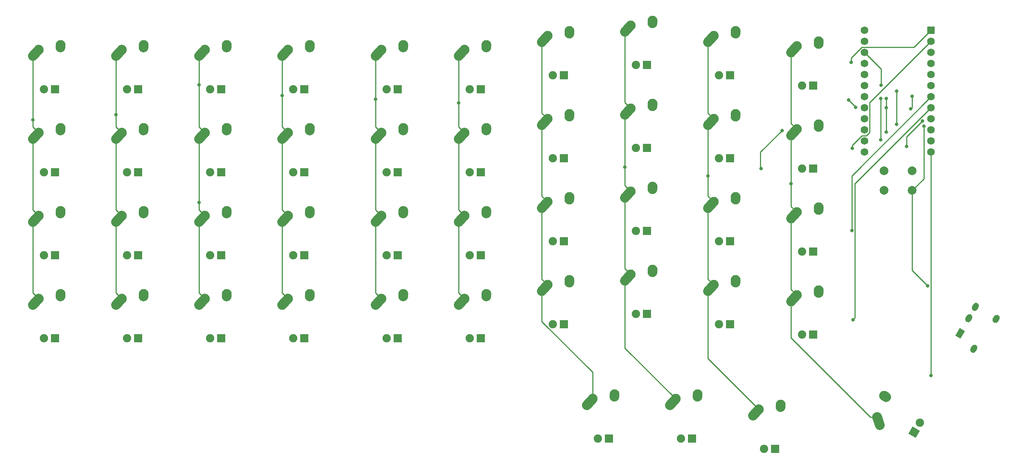
<source format=gbr>
%TF.GenerationSoftware,KiCad,Pcbnew,(5.1.9-0-10_14)*%
%TF.CreationDate,2021-04-10T22:10:23-05:00*%
%TF.ProjectId,wren-left,7772656e-2d6c-4656-9674-2e6b69636164,rev?*%
%TF.SameCoordinates,Original*%
%TF.FileFunction,Copper,L1,Top*%
%TF.FilePolarity,Positive*%
%FSLAX46Y46*%
G04 Gerber Fmt 4.6, Leading zero omitted, Abs format (unit mm)*
G04 Created by KiCad (PCBNEW (5.1.9-0-10_14)) date 2021-04-10 22:10:23*
%MOMM*%
%LPD*%
G01*
G04 APERTURE LIST*
%TA.AperFunction,ComponentPad*%
%ADD10C,1.752600*%
%TD*%
%TA.AperFunction,ComponentPad*%
%ADD11R,1.752600X1.752600*%
%TD*%
%TA.AperFunction,ComponentPad*%
%ADD12C,2.000000*%
%TD*%
%TA.AperFunction,ComponentPad*%
%ADD13C,0.100000*%
%TD*%
%TA.AperFunction,ComponentPad*%
%ADD14C,1.905000*%
%TD*%
%TA.AperFunction,ComponentPad*%
%ADD15C,2.250000*%
%TD*%
%TA.AperFunction,ComponentPad*%
%ADD16R,1.905000X1.905000*%
%TD*%
%TA.AperFunction,ViaPad*%
%ADD17C,0.800000*%
%TD*%
%TA.AperFunction,Conductor*%
%ADD18C,0.250000*%
%TD*%
G04 APERTURE END LIST*
D10*
%TO.P,U1,24*%
%TO.N,Net-(U1-Pad24)*%
X233680000Y-28098750D03*
%TO.P,U1,12*%
%TO.N,ROW4*%
X248920000Y-56038750D03*
%TO.P,U1,23*%
%TO.N,GND*%
X233680000Y-30638750D03*
%TO.P,U1,22*%
%TO.N,Net-(SW0-Pad1)*%
X233680000Y-33178750D03*
%TO.P,U1,21*%
%TO.N,VCC*%
X233680000Y-35718750D03*
%TO.P,U1,20*%
%TO.N,COL7*%
X233680000Y-38258750D03*
%TO.P,U1,19*%
%TO.N,COL6*%
X233680000Y-40798750D03*
%TO.P,U1,18*%
%TO.N,COL5*%
X233680000Y-43338750D03*
%TO.P,U1,17*%
%TO.N,COL4*%
X233680000Y-45878750D03*
%TO.P,U1,16*%
%TO.N,COL3*%
X233680000Y-48418750D03*
%TO.P,U1,15*%
%TO.N,COL2*%
X233680000Y-50958750D03*
%TO.P,U1,14*%
%TO.N,COL1*%
X233680000Y-53498750D03*
%TO.P,U1,13*%
%TO.N,COL0*%
X233680000Y-56038750D03*
%TO.P,U1,11*%
%TO.N,Net-(U1-Pad11)*%
X248920000Y-53498750D03*
%TO.P,U1,10*%
%TO.N,COL9*%
X248920000Y-50958750D03*
%TO.P,U1,9*%
%TO.N,COL8*%
X248920000Y-48418750D03*
%TO.P,U1,8*%
%TO.N,ROW3*%
X248920000Y-45878750D03*
%TO.P,U1,7*%
%TO.N,ROW2*%
X248920000Y-43338750D03*
%TO.P,U1,6*%
%TO.N,SCL*%
X248920000Y-40798750D03*
%TO.P,U1,5*%
%TO.N,SDA*%
X248920000Y-38258750D03*
%TO.P,U1,4*%
%TO.N,Net-(U1-Pad4)*%
X248920000Y-35718750D03*
%TO.P,U1,3*%
%TO.N,Net-(U1-Pad3)*%
X248920000Y-33178750D03*
%TO.P,U1,2*%
%TO.N,ROW1*%
X248920000Y-30638750D03*
D11*
%TO.P,U1,1*%
%TO.N,ROW0*%
X248920000Y-28098750D03*
%TD*%
D12*
%TO.P,SW0,1*%
%TO.N,Net-(SW0-Pad1)*%
X244625000Y-60325000D03*
%TO.P,SW0,2*%
%TO.N,GND*%
X244625000Y-64825000D03*
%TO.P,SW0,1*%
%TO.N,Net-(SW0-Pad1)*%
X238125000Y-60325000D03*
%TO.P,SW0,2*%
%TO.N,GND*%
X238125000Y-64825000D03*
%TD*%
%TA.AperFunction,ComponentPad*%
D13*
%TO.P,MX41,4*%
%TO.N,N/C*%
G36*
X245413048Y-121622241D02*
G01*
X243763270Y-120669741D01*
X244715770Y-119019963D01*
X246365548Y-119972463D01*
X245413048Y-121622241D01*
G37*
%TD.AperFunction*%
D14*
%TO.P,MX41,3*%
X246334409Y-118121398D03*
D15*
%TO.P,MX41,1*%
%TO.N,COL0*%
X236585898Y-116846314D03*
%TA.AperFunction,ComponentPad*%
G36*
G01*
X237544806Y-119780137D02*
X237544799Y-119780140D01*
G75*
G02*
X236125962Y-119060311I-349504J1069333D01*
G01*
X235516566Y-117195817D01*
G75*
G02*
X236236395Y-115776980I1069333J349504D01*
G01*
X236236395Y-115776980D01*
G75*
G02*
X237655232Y-116496809I349504J-1069333D01*
G01*
X238264628Y-118361303D01*
G75*
G02*
X237544799Y-119780140I-1069333J-349504D01*
G01*
G37*
%TD.AperFunction*%
%TO.P,MX41,2*%
%TO.N,Net-(D41-Pad2)*%
X238170591Y-111941545D03*
%TA.AperFunction,ComponentPad*%
G36*
G01*
X239586650Y-112893649D02*
X239586155Y-112894386D01*
G75*
G02*
X238024686Y-113199455I-933269J628200D01*
G01*
X237542392Y-112874813D01*
G75*
G02*
X237237323Y-111313344I628200J933269D01*
G01*
X237237323Y-111313344D01*
G75*
G02*
X238798792Y-111008275I933269J-628200D01*
G01*
X239281086Y-111332917D01*
G75*
G02*
X239586155Y-112894386I-628200J-933269D01*
G01*
G37*
%TD.AperFunction*%
%TD*%
%TO.P,J1,R2*%
%TO.N,SCL*%
%TA.AperFunction,ComponentPad*%
G36*
G01*
X259587500Y-90703046D02*
X259587500Y-90703046D01*
G75*
G02*
X259843718Y-91659264I-350000J-606218D01*
G01*
X259543718Y-92178880D01*
G75*
G02*
X258587500Y-92435098I-606218J350000D01*
G01*
X258587500Y-92435098D01*
G75*
G02*
X258331282Y-91478880I350000J606218D01*
G01*
X258631282Y-90959264D01*
G75*
G02*
X259587500Y-90703046I606218J-350000D01*
G01*
G37*
%TD.AperFunction*%
%TO.P,J1,R1*%
%TO.N,VCC*%
%TA.AperFunction,ComponentPad*%
G36*
G01*
X258087500Y-93301122D02*
X258087500Y-93301122D01*
G75*
G02*
X258343718Y-94257340I-350000J-606218D01*
G01*
X258043718Y-94776956D01*
G75*
G02*
X257087500Y-95033174I-606218J350000D01*
G01*
X257087500Y-95033174D01*
G75*
G02*
X256831282Y-94076956I350000J606218D01*
G01*
X257131282Y-93557340D01*
G75*
G02*
X258087500Y-93301122I606218J-350000D01*
G01*
G37*
%TD.AperFunction*%
%TA.AperFunction,ComponentPad*%
D13*
%TO.P,J1,T*%
%TO.N,GND*%
G36*
X255481282Y-96415225D02*
G01*
X256693718Y-97115225D01*
X255693718Y-98847275D01*
X254481282Y-98147275D01*
X255481282Y-96415225D01*
G37*
%TD.AperFunction*%
%TO.P,J1,S*%
%TO.N,SDA*%
%TA.AperFunction,ComponentPad*%
G36*
G01*
X259234614Y-100314262D02*
X259234614Y-100314262D01*
G75*
G02*
X259490832Y-101270480I-350000J-606218D01*
G01*
X259190832Y-101790096D01*
G75*
G02*
X258234614Y-102046314I-606218J350000D01*
G01*
X258234614Y-102046314D01*
G75*
G02*
X257978396Y-101090096I350000J606218D01*
G01*
X258278396Y-100570480D01*
G75*
G02*
X259234614Y-100314262I606218J-350000D01*
G01*
G37*
%TD.AperFunction*%
%TO.P,J1,*%
%TO.N,*%
%TA.AperFunction,ComponentPad*%
G36*
G01*
X264350640Y-93453046D02*
X264350640Y-93453046D01*
G75*
G02*
X264606858Y-94409264I-350000J-606218D01*
G01*
X264306858Y-94928880D01*
G75*
G02*
X263350640Y-95185098I-606218J350000D01*
G01*
X263350640Y-95185098D01*
G75*
G02*
X263094422Y-94228880I350000J606218D01*
G01*
X263394422Y-93709264D01*
G75*
G02*
X264350640Y-93453046I606218J-350000D01*
G01*
G37*
%TD.AperFunction*%
%TD*%
D16*
%TO.P,MX44,4*%
%TO.N,N/C*%
X175101250Y-121761250D03*
D14*
%TO.P,MX44,3*%
X172561250Y-121761250D03*
D15*
%TO.P,MX44,1*%
%TO.N,COL3*%
X171331250Y-112681250D03*
%TA.AperFunction,ComponentPad*%
G36*
G01*
X169269938Y-114978600D02*
X169269933Y-114978595D01*
G75*
G02*
X169183905Y-113389933I751317J837345D01*
G01*
X170493907Y-111929933D01*
G75*
G02*
X172082569Y-111843905I837345J-751317D01*
G01*
X172082569Y-111843905D01*
G75*
G02*
X172168597Y-113432567I-751317J-837345D01*
G01*
X170858595Y-114892567D01*
G75*
G02*
X169269933Y-114978595I-837345J751317D01*
G01*
G37*
%TD.AperFunction*%
%TO.P,MX44,2*%
%TO.N,Net-(D44-Pad2)*%
X176371250Y-111601250D03*
%TA.AperFunction,ComponentPad*%
G36*
G01*
X176254733Y-113303645D02*
X176253847Y-113303584D01*
G75*
G02*
X175208916Y-112103847I77403J1122334D01*
G01*
X175248916Y-111523847D01*
G75*
G02*
X176448653Y-110478916I1122334J-77403D01*
G01*
X176448653Y-110478916D01*
G75*
G02*
X177493584Y-111678653I-77403J-1122334D01*
G01*
X177453584Y-112258653D01*
G75*
G02*
X176253847Y-113303584I-1122334J77403D01*
G01*
G37*
%TD.AperFunction*%
%TD*%
D16*
%TO.P,MX43,4*%
%TO.N,N/C*%
X194151250Y-121761250D03*
D14*
%TO.P,MX43,3*%
X191611250Y-121761250D03*
D15*
%TO.P,MX43,1*%
%TO.N,COL2*%
X190381250Y-112681250D03*
%TA.AperFunction,ComponentPad*%
G36*
G01*
X188319938Y-114978600D02*
X188319933Y-114978595D01*
G75*
G02*
X188233905Y-113389933I751317J837345D01*
G01*
X189543907Y-111929933D01*
G75*
G02*
X191132569Y-111843905I837345J-751317D01*
G01*
X191132569Y-111843905D01*
G75*
G02*
X191218597Y-113432567I-751317J-837345D01*
G01*
X189908595Y-114892567D01*
G75*
G02*
X188319933Y-114978595I-837345J751317D01*
G01*
G37*
%TD.AperFunction*%
%TO.P,MX43,2*%
%TO.N,Net-(D43-Pad2)*%
X195421250Y-111601250D03*
%TA.AperFunction,ComponentPad*%
G36*
G01*
X195304733Y-113303645D02*
X195303847Y-113303584D01*
G75*
G02*
X194258916Y-112103847I77403J1122334D01*
G01*
X194298916Y-111523847D01*
G75*
G02*
X195498653Y-110478916I1122334J-77403D01*
G01*
X195498653Y-110478916D01*
G75*
G02*
X196543584Y-111678653I-77403J-1122334D01*
G01*
X196503584Y-112258653D01*
G75*
G02*
X195303847Y-113303584I-1122334J77403D01*
G01*
G37*
%TD.AperFunction*%
%TD*%
D16*
%TO.P,MX42,4*%
%TO.N,N/C*%
X213201250Y-124142500D03*
D14*
%TO.P,MX42,3*%
X210661250Y-124142500D03*
D15*
%TO.P,MX42,1*%
%TO.N,COL1*%
X209431250Y-115062500D03*
%TA.AperFunction,ComponentPad*%
G36*
G01*
X207369938Y-117359850D02*
X207369933Y-117359845D01*
G75*
G02*
X207283905Y-115771183I751317J837345D01*
G01*
X208593907Y-114311183D01*
G75*
G02*
X210182569Y-114225155I837345J-751317D01*
G01*
X210182569Y-114225155D01*
G75*
G02*
X210268597Y-115813817I-751317J-837345D01*
G01*
X208958595Y-117273817D01*
G75*
G02*
X207369933Y-117359845I-837345J751317D01*
G01*
G37*
%TD.AperFunction*%
%TO.P,MX42,2*%
%TO.N,Net-(D42-Pad2)*%
X214471250Y-113982500D03*
%TA.AperFunction,ComponentPad*%
G36*
G01*
X214354733Y-115684895D02*
X214353847Y-115684834D01*
G75*
G02*
X213308916Y-114485097I77403J1122334D01*
G01*
X213348916Y-113905097D01*
G75*
G02*
X214548653Y-112860166I1122334J-77403D01*
G01*
X214548653Y-112860166D01*
G75*
G02*
X215593584Y-114059903I-77403J-1122334D01*
G01*
X215553584Y-114639903D01*
G75*
G02*
X214353847Y-115684834I-1122334J77403D01*
G01*
G37*
%TD.AperFunction*%
%TD*%
D16*
%TO.P,MX40,4*%
%TO.N,N/C*%
X48101250Y-98742500D03*
D14*
%TO.P,MX40,3*%
X45561250Y-98742500D03*
D15*
%TO.P,MX40,1*%
%TO.N,COL9*%
X44331250Y-89662500D03*
%TA.AperFunction,ComponentPad*%
G36*
G01*
X42269938Y-91959850D02*
X42269933Y-91959845D01*
G75*
G02*
X42183905Y-90371183I751317J837345D01*
G01*
X43493907Y-88911183D01*
G75*
G02*
X45082569Y-88825155I837345J-751317D01*
G01*
X45082569Y-88825155D01*
G75*
G02*
X45168597Y-90413817I-751317J-837345D01*
G01*
X43858595Y-91873817D01*
G75*
G02*
X42269933Y-91959845I-837345J751317D01*
G01*
G37*
%TD.AperFunction*%
%TO.P,MX40,2*%
%TO.N,Net-(D40-Pad2)*%
X49371250Y-88582500D03*
%TA.AperFunction,ComponentPad*%
G36*
G01*
X49254733Y-90284895D02*
X49253847Y-90284834D01*
G75*
G02*
X48208916Y-89085097I77403J1122334D01*
G01*
X48248916Y-88505097D01*
G75*
G02*
X49448653Y-87460166I1122334J-77403D01*
G01*
X49448653Y-87460166D01*
G75*
G02*
X50493584Y-88659903I-77403J-1122334D01*
G01*
X50453584Y-89239903D01*
G75*
G02*
X49253847Y-90284834I-1122334J77403D01*
G01*
G37*
%TD.AperFunction*%
%TD*%
D16*
%TO.P,MX39,4*%
%TO.N,N/C*%
X67151250Y-98742500D03*
D14*
%TO.P,MX39,3*%
X64611250Y-98742500D03*
D15*
%TO.P,MX39,1*%
%TO.N,COL8*%
X63381250Y-89662500D03*
%TA.AperFunction,ComponentPad*%
G36*
G01*
X61319938Y-91959850D02*
X61319933Y-91959845D01*
G75*
G02*
X61233905Y-90371183I751317J837345D01*
G01*
X62543907Y-88911183D01*
G75*
G02*
X64132569Y-88825155I837345J-751317D01*
G01*
X64132569Y-88825155D01*
G75*
G02*
X64218597Y-90413817I-751317J-837345D01*
G01*
X62908595Y-91873817D01*
G75*
G02*
X61319933Y-91959845I-837345J751317D01*
G01*
G37*
%TD.AperFunction*%
%TO.P,MX39,2*%
%TO.N,Net-(D39-Pad2)*%
X68421250Y-88582500D03*
%TA.AperFunction,ComponentPad*%
G36*
G01*
X68304733Y-90284895D02*
X68303847Y-90284834D01*
G75*
G02*
X67258916Y-89085097I77403J1122334D01*
G01*
X67298916Y-88505097D01*
G75*
G02*
X68498653Y-87460166I1122334J-77403D01*
G01*
X68498653Y-87460166D01*
G75*
G02*
X69543584Y-88659903I-77403J-1122334D01*
G01*
X69503584Y-89239903D01*
G75*
G02*
X68303847Y-90284834I-1122334J77403D01*
G01*
G37*
%TD.AperFunction*%
%TD*%
D16*
%TO.P,MX38,4*%
%TO.N,N/C*%
X86201250Y-98742500D03*
D14*
%TO.P,MX38,3*%
X83661250Y-98742500D03*
D15*
%TO.P,MX38,1*%
%TO.N,COL7*%
X82431250Y-89662500D03*
%TA.AperFunction,ComponentPad*%
G36*
G01*
X80369938Y-91959850D02*
X80369933Y-91959845D01*
G75*
G02*
X80283905Y-90371183I751317J837345D01*
G01*
X81593907Y-88911183D01*
G75*
G02*
X83182569Y-88825155I837345J-751317D01*
G01*
X83182569Y-88825155D01*
G75*
G02*
X83268597Y-90413817I-751317J-837345D01*
G01*
X81958595Y-91873817D01*
G75*
G02*
X80369933Y-91959845I-837345J751317D01*
G01*
G37*
%TD.AperFunction*%
%TO.P,MX38,2*%
%TO.N,Net-(D38-Pad2)*%
X87471250Y-88582500D03*
%TA.AperFunction,ComponentPad*%
G36*
G01*
X87354733Y-90284895D02*
X87353847Y-90284834D01*
G75*
G02*
X86308916Y-89085097I77403J1122334D01*
G01*
X86348916Y-88505097D01*
G75*
G02*
X87548653Y-87460166I1122334J-77403D01*
G01*
X87548653Y-87460166D01*
G75*
G02*
X88593584Y-88659903I-77403J-1122334D01*
G01*
X88553584Y-89239903D01*
G75*
G02*
X87353847Y-90284834I-1122334J77403D01*
G01*
G37*
%TD.AperFunction*%
%TD*%
D16*
%TO.P,MX37,4*%
%TO.N,N/C*%
X105251250Y-98742500D03*
D14*
%TO.P,MX37,3*%
X102711250Y-98742500D03*
D15*
%TO.P,MX37,1*%
%TO.N,COL6*%
X101481250Y-89662500D03*
%TA.AperFunction,ComponentPad*%
G36*
G01*
X99419938Y-91959850D02*
X99419933Y-91959845D01*
G75*
G02*
X99333905Y-90371183I751317J837345D01*
G01*
X100643907Y-88911183D01*
G75*
G02*
X102232569Y-88825155I837345J-751317D01*
G01*
X102232569Y-88825155D01*
G75*
G02*
X102318597Y-90413817I-751317J-837345D01*
G01*
X101008595Y-91873817D01*
G75*
G02*
X99419933Y-91959845I-837345J751317D01*
G01*
G37*
%TD.AperFunction*%
%TO.P,MX37,2*%
%TO.N,Net-(D37-Pad2)*%
X106521250Y-88582500D03*
%TA.AperFunction,ComponentPad*%
G36*
G01*
X106404733Y-90284895D02*
X106403847Y-90284834D01*
G75*
G02*
X105358916Y-89085097I77403J1122334D01*
G01*
X105398916Y-88505097D01*
G75*
G02*
X106598653Y-87460166I1122334J-77403D01*
G01*
X106598653Y-87460166D01*
G75*
G02*
X107643584Y-88659903I-77403J-1122334D01*
G01*
X107603584Y-89239903D01*
G75*
G02*
X106403847Y-90284834I-1122334J77403D01*
G01*
G37*
%TD.AperFunction*%
%TD*%
D16*
%TO.P,MX36,4*%
%TO.N,N/C*%
X126682500Y-98742500D03*
D14*
%TO.P,MX36,3*%
X124142500Y-98742500D03*
D15*
%TO.P,MX36,1*%
%TO.N,COL5*%
X122912500Y-89662500D03*
%TA.AperFunction,ComponentPad*%
G36*
G01*
X120851188Y-91959850D02*
X120851183Y-91959845D01*
G75*
G02*
X120765155Y-90371183I751317J837345D01*
G01*
X122075157Y-88911183D01*
G75*
G02*
X123663819Y-88825155I837345J-751317D01*
G01*
X123663819Y-88825155D01*
G75*
G02*
X123749847Y-90413817I-751317J-837345D01*
G01*
X122439845Y-91873817D01*
G75*
G02*
X120851183Y-91959845I-837345J751317D01*
G01*
G37*
%TD.AperFunction*%
%TO.P,MX36,2*%
%TO.N,Net-(D36-Pad2)*%
X127952500Y-88582500D03*
%TA.AperFunction,ComponentPad*%
G36*
G01*
X127835983Y-90284895D02*
X127835097Y-90284834D01*
G75*
G02*
X126790166Y-89085097I77403J1122334D01*
G01*
X126830166Y-88505097D01*
G75*
G02*
X128029903Y-87460166I1122334J-77403D01*
G01*
X128029903Y-87460166D01*
G75*
G02*
X129074834Y-88659903I-77403J-1122334D01*
G01*
X129034834Y-89239903D01*
G75*
G02*
X127835097Y-90284834I-1122334J77403D01*
G01*
G37*
%TD.AperFunction*%
%TD*%
D16*
%TO.P,MX35,4*%
%TO.N,N/C*%
X145732500Y-98742500D03*
D14*
%TO.P,MX35,3*%
X143192500Y-98742500D03*
D15*
%TO.P,MX35,1*%
%TO.N,COL4*%
X141962500Y-89662500D03*
%TA.AperFunction,ComponentPad*%
G36*
G01*
X139901188Y-91959850D02*
X139901183Y-91959845D01*
G75*
G02*
X139815155Y-90371183I751317J837345D01*
G01*
X141125157Y-88911183D01*
G75*
G02*
X142713819Y-88825155I837345J-751317D01*
G01*
X142713819Y-88825155D01*
G75*
G02*
X142799847Y-90413817I-751317J-837345D01*
G01*
X141489845Y-91873817D01*
G75*
G02*
X139901183Y-91959845I-837345J751317D01*
G01*
G37*
%TD.AperFunction*%
%TO.P,MX35,2*%
%TO.N,Net-(D35-Pad2)*%
X147002500Y-88582500D03*
%TA.AperFunction,ComponentPad*%
G36*
G01*
X146885983Y-90284895D02*
X146885097Y-90284834D01*
G75*
G02*
X145840166Y-89085097I77403J1122334D01*
G01*
X145880166Y-88505097D01*
G75*
G02*
X147079903Y-87460166I1122334J-77403D01*
G01*
X147079903Y-87460166D01*
G75*
G02*
X148124834Y-88659903I-77403J-1122334D01*
G01*
X148084834Y-89239903D01*
G75*
G02*
X146885097Y-90284834I-1122334J77403D01*
G01*
G37*
%TD.AperFunction*%
%TD*%
D16*
%TO.P,MX34,4*%
%TO.N,N/C*%
X164782500Y-95567500D03*
D14*
%TO.P,MX34,3*%
X162242500Y-95567500D03*
D15*
%TO.P,MX34,1*%
%TO.N,COL3*%
X161012500Y-86487500D03*
%TA.AperFunction,ComponentPad*%
G36*
G01*
X158951188Y-88784850D02*
X158951183Y-88784845D01*
G75*
G02*
X158865155Y-87196183I751317J837345D01*
G01*
X160175157Y-85736183D01*
G75*
G02*
X161763819Y-85650155I837345J-751317D01*
G01*
X161763819Y-85650155D01*
G75*
G02*
X161849847Y-87238817I-751317J-837345D01*
G01*
X160539845Y-88698817D01*
G75*
G02*
X158951183Y-88784845I-837345J751317D01*
G01*
G37*
%TD.AperFunction*%
%TO.P,MX34,2*%
%TO.N,Net-(D34-Pad2)*%
X166052500Y-85407500D03*
%TA.AperFunction,ComponentPad*%
G36*
G01*
X165935983Y-87109895D02*
X165935097Y-87109834D01*
G75*
G02*
X164890166Y-85910097I77403J1122334D01*
G01*
X164930166Y-85330097D01*
G75*
G02*
X166129903Y-84285166I1122334J-77403D01*
G01*
X166129903Y-84285166D01*
G75*
G02*
X167174834Y-85484903I-77403J-1122334D01*
G01*
X167134834Y-86064903D01*
G75*
G02*
X165935097Y-87109834I-1122334J77403D01*
G01*
G37*
%TD.AperFunction*%
%TD*%
D16*
%TO.P,MX33,4*%
%TO.N,N/C*%
X183832500Y-93186250D03*
D14*
%TO.P,MX33,3*%
X181292500Y-93186250D03*
D15*
%TO.P,MX33,1*%
%TO.N,COL2*%
X180062500Y-84106250D03*
%TA.AperFunction,ComponentPad*%
G36*
G01*
X178001188Y-86403600D02*
X178001183Y-86403595D01*
G75*
G02*
X177915155Y-84814933I751317J837345D01*
G01*
X179225157Y-83354933D01*
G75*
G02*
X180813819Y-83268905I837345J-751317D01*
G01*
X180813819Y-83268905D01*
G75*
G02*
X180899847Y-84857567I-751317J-837345D01*
G01*
X179589845Y-86317567D01*
G75*
G02*
X178001183Y-86403595I-837345J751317D01*
G01*
G37*
%TD.AperFunction*%
%TO.P,MX33,2*%
%TO.N,Net-(D33-Pad2)*%
X185102500Y-83026250D03*
%TA.AperFunction,ComponentPad*%
G36*
G01*
X184985983Y-84728645D02*
X184985097Y-84728584D01*
G75*
G02*
X183940166Y-83528847I77403J1122334D01*
G01*
X183980166Y-82948847D01*
G75*
G02*
X185179903Y-81903916I1122334J-77403D01*
G01*
X185179903Y-81903916D01*
G75*
G02*
X186224834Y-83103653I-77403J-1122334D01*
G01*
X186184834Y-83683653D01*
G75*
G02*
X184985097Y-84728584I-1122334J77403D01*
G01*
G37*
%TD.AperFunction*%
%TD*%
D16*
%TO.P,MX32,4*%
%TO.N,N/C*%
X202882500Y-95567500D03*
D14*
%TO.P,MX32,3*%
X200342500Y-95567500D03*
D15*
%TO.P,MX32,1*%
%TO.N,COL1*%
X199112500Y-86487500D03*
%TA.AperFunction,ComponentPad*%
G36*
G01*
X197051188Y-88784850D02*
X197051183Y-88784845D01*
G75*
G02*
X196965155Y-87196183I751317J837345D01*
G01*
X198275157Y-85736183D01*
G75*
G02*
X199863819Y-85650155I837345J-751317D01*
G01*
X199863819Y-85650155D01*
G75*
G02*
X199949847Y-87238817I-751317J-837345D01*
G01*
X198639845Y-88698817D01*
G75*
G02*
X197051183Y-88784845I-837345J751317D01*
G01*
G37*
%TD.AperFunction*%
%TO.P,MX32,2*%
%TO.N,Net-(D32-Pad2)*%
X204152500Y-85407500D03*
%TA.AperFunction,ComponentPad*%
G36*
G01*
X204035983Y-87109895D02*
X204035097Y-87109834D01*
G75*
G02*
X202990166Y-85910097I77403J1122334D01*
G01*
X203030166Y-85330097D01*
G75*
G02*
X204229903Y-84285166I1122334J-77403D01*
G01*
X204229903Y-84285166D01*
G75*
G02*
X205274834Y-85484903I-77403J-1122334D01*
G01*
X205234834Y-86064903D01*
G75*
G02*
X204035097Y-87109834I-1122334J77403D01*
G01*
G37*
%TD.AperFunction*%
%TD*%
D16*
%TO.P,MX31,4*%
%TO.N,N/C*%
X221932500Y-97948750D03*
D14*
%TO.P,MX31,3*%
X219392500Y-97948750D03*
D15*
%TO.P,MX31,1*%
%TO.N,COL0*%
X218162500Y-88868750D03*
%TA.AperFunction,ComponentPad*%
G36*
G01*
X216101188Y-91166100D02*
X216101183Y-91166095D01*
G75*
G02*
X216015155Y-89577433I751317J837345D01*
G01*
X217325157Y-88117433D01*
G75*
G02*
X218913819Y-88031405I837345J-751317D01*
G01*
X218913819Y-88031405D01*
G75*
G02*
X218999847Y-89620067I-751317J-837345D01*
G01*
X217689845Y-91080067D01*
G75*
G02*
X216101183Y-91166095I-837345J751317D01*
G01*
G37*
%TD.AperFunction*%
%TO.P,MX31,2*%
%TO.N,Net-(D31-Pad2)*%
X223202500Y-87788750D03*
%TA.AperFunction,ComponentPad*%
G36*
G01*
X223085983Y-89491145D02*
X223085097Y-89491084D01*
G75*
G02*
X222040166Y-88291347I77403J1122334D01*
G01*
X222080166Y-87711347D01*
G75*
G02*
X223279903Y-86666416I1122334J-77403D01*
G01*
X223279903Y-86666416D01*
G75*
G02*
X224324834Y-87866153I-77403J-1122334D01*
G01*
X224284834Y-88446153D01*
G75*
G02*
X223085097Y-89491084I-1122334J77403D01*
G01*
G37*
%TD.AperFunction*%
%TD*%
D16*
%TO.P,MX30,4*%
%TO.N,N/C*%
X48101250Y-79692500D03*
D14*
%TO.P,MX30,3*%
X45561250Y-79692500D03*
D15*
%TO.P,MX30,1*%
%TO.N,COL9*%
X44331250Y-70612500D03*
%TA.AperFunction,ComponentPad*%
G36*
G01*
X42269938Y-72909850D02*
X42269933Y-72909845D01*
G75*
G02*
X42183905Y-71321183I751317J837345D01*
G01*
X43493907Y-69861183D01*
G75*
G02*
X45082569Y-69775155I837345J-751317D01*
G01*
X45082569Y-69775155D01*
G75*
G02*
X45168597Y-71363817I-751317J-837345D01*
G01*
X43858595Y-72823817D01*
G75*
G02*
X42269933Y-72909845I-837345J751317D01*
G01*
G37*
%TD.AperFunction*%
%TO.P,MX30,2*%
%TO.N,Net-(D30-Pad2)*%
X49371250Y-69532500D03*
%TA.AperFunction,ComponentPad*%
G36*
G01*
X49254733Y-71234895D02*
X49253847Y-71234834D01*
G75*
G02*
X48208916Y-70035097I77403J1122334D01*
G01*
X48248916Y-69455097D01*
G75*
G02*
X49448653Y-68410166I1122334J-77403D01*
G01*
X49448653Y-68410166D01*
G75*
G02*
X50493584Y-69609903I-77403J-1122334D01*
G01*
X50453584Y-70189903D01*
G75*
G02*
X49253847Y-71234834I-1122334J77403D01*
G01*
G37*
%TD.AperFunction*%
%TD*%
D16*
%TO.P,MX29,4*%
%TO.N,N/C*%
X67151250Y-79692500D03*
D14*
%TO.P,MX29,3*%
X64611250Y-79692500D03*
D15*
%TO.P,MX29,1*%
%TO.N,COL8*%
X63381250Y-70612500D03*
%TA.AperFunction,ComponentPad*%
G36*
G01*
X61319938Y-72909850D02*
X61319933Y-72909845D01*
G75*
G02*
X61233905Y-71321183I751317J837345D01*
G01*
X62543907Y-69861183D01*
G75*
G02*
X64132569Y-69775155I837345J-751317D01*
G01*
X64132569Y-69775155D01*
G75*
G02*
X64218597Y-71363817I-751317J-837345D01*
G01*
X62908595Y-72823817D01*
G75*
G02*
X61319933Y-72909845I-837345J751317D01*
G01*
G37*
%TD.AperFunction*%
%TO.P,MX29,2*%
%TO.N,Net-(D29-Pad2)*%
X68421250Y-69532500D03*
%TA.AperFunction,ComponentPad*%
G36*
G01*
X68304733Y-71234895D02*
X68303847Y-71234834D01*
G75*
G02*
X67258916Y-70035097I77403J1122334D01*
G01*
X67298916Y-69455097D01*
G75*
G02*
X68498653Y-68410166I1122334J-77403D01*
G01*
X68498653Y-68410166D01*
G75*
G02*
X69543584Y-69609903I-77403J-1122334D01*
G01*
X69503584Y-70189903D01*
G75*
G02*
X68303847Y-71234834I-1122334J77403D01*
G01*
G37*
%TD.AperFunction*%
%TD*%
D16*
%TO.P,MX28,4*%
%TO.N,N/C*%
X86201250Y-79692500D03*
D14*
%TO.P,MX28,3*%
X83661250Y-79692500D03*
D15*
%TO.P,MX28,1*%
%TO.N,COL7*%
X82431250Y-70612500D03*
%TA.AperFunction,ComponentPad*%
G36*
G01*
X80369938Y-72909850D02*
X80369933Y-72909845D01*
G75*
G02*
X80283905Y-71321183I751317J837345D01*
G01*
X81593907Y-69861183D01*
G75*
G02*
X83182569Y-69775155I837345J-751317D01*
G01*
X83182569Y-69775155D01*
G75*
G02*
X83268597Y-71363817I-751317J-837345D01*
G01*
X81958595Y-72823817D01*
G75*
G02*
X80369933Y-72909845I-837345J751317D01*
G01*
G37*
%TD.AperFunction*%
%TO.P,MX28,2*%
%TO.N,Net-(D28-Pad2)*%
X87471250Y-69532500D03*
%TA.AperFunction,ComponentPad*%
G36*
G01*
X87354733Y-71234895D02*
X87353847Y-71234834D01*
G75*
G02*
X86308916Y-70035097I77403J1122334D01*
G01*
X86348916Y-69455097D01*
G75*
G02*
X87548653Y-68410166I1122334J-77403D01*
G01*
X87548653Y-68410166D01*
G75*
G02*
X88593584Y-69609903I-77403J-1122334D01*
G01*
X88553584Y-70189903D01*
G75*
G02*
X87353847Y-71234834I-1122334J77403D01*
G01*
G37*
%TD.AperFunction*%
%TD*%
D16*
%TO.P,MX27,4*%
%TO.N,N/C*%
X105251250Y-79692500D03*
D14*
%TO.P,MX27,3*%
X102711250Y-79692500D03*
D15*
%TO.P,MX27,1*%
%TO.N,COL6*%
X101481250Y-70612500D03*
%TA.AperFunction,ComponentPad*%
G36*
G01*
X99419938Y-72909850D02*
X99419933Y-72909845D01*
G75*
G02*
X99333905Y-71321183I751317J837345D01*
G01*
X100643907Y-69861183D01*
G75*
G02*
X102232569Y-69775155I837345J-751317D01*
G01*
X102232569Y-69775155D01*
G75*
G02*
X102318597Y-71363817I-751317J-837345D01*
G01*
X101008595Y-72823817D01*
G75*
G02*
X99419933Y-72909845I-837345J751317D01*
G01*
G37*
%TD.AperFunction*%
%TO.P,MX27,2*%
%TO.N,Net-(D27-Pad2)*%
X106521250Y-69532500D03*
%TA.AperFunction,ComponentPad*%
G36*
G01*
X106404733Y-71234895D02*
X106403847Y-71234834D01*
G75*
G02*
X105358916Y-70035097I77403J1122334D01*
G01*
X105398916Y-69455097D01*
G75*
G02*
X106598653Y-68410166I1122334J-77403D01*
G01*
X106598653Y-68410166D01*
G75*
G02*
X107643584Y-69609903I-77403J-1122334D01*
G01*
X107603584Y-70189903D01*
G75*
G02*
X106403847Y-71234834I-1122334J77403D01*
G01*
G37*
%TD.AperFunction*%
%TD*%
D16*
%TO.P,MX26,4*%
%TO.N,N/C*%
X126682500Y-79692500D03*
D14*
%TO.P,MX26,3*%
X124142500Y-79692500D03*
D15*
%TO.P,MX26,1*%
%TO.N,COL5*%
X122912500Y-70612500D03*
%TA.AperFunction,ComponentPad*%
G36*
G01*
X120851188Y-72909850D02*
X120851183Y-72909845D01*
G75*
G02*
X120765155Y-71321183I751317J837345D01*
G01*
X122075157Y-69861183D01*
G75*
G02*
X123663819Y-69775155I837345J-751317D01*
G01*
X123663819Y-69775155D01*
G75*
G02*
X123749847Y-71363817I-751317J-837345D01*
G01*
X122439845Y-72823817D01*
G75*
G02*
X120851183Y-72909845I-837345J751317D01*
G01*
G37*
%TD.AperFunction*%
%TO.P,MX26,2*%
%TO.N,Net-(D26-Pad2)*%
X127952500Y-69532500D03*
%TA.AperFunction,ComponentPad*%
G36*
G01*
X127835983Y-71234895D02*
X127835097Y-71234834D01*
G75*
G02*
X126790166Y-70035097I77403J1122334D01*
G01*
X126830166Y-69455097D01*
G75*
G02*
X128029903Y-68410166I1122334J-77403D01*
G01*
X128029903Y-68410166D01*
G75*
G02*
X129074834Y-69609903I-77403J-1122334D01*
G01*
X129034834Y-70189903D01*
G75*
G02*
X127835097Y-71234834I-1122334J77403D01*
G01*
G37*
%TD.AperFunction*%
%TD*%
D16*
%TO.P,MX25,4*%
%TO.N,N/C*%
X145732500Y-79692500D03*
D14*
%TO.P,MX25,3*%
X143192500Y-79692500D03*
D15*
%TO.P,MX25,1*%
%TO.N,COL4*%
X141962500Y-70612500D03*
%TA.AperFunction,ComponentPad*%
G36*
G01*
X139901188Y-72909850D02*
X139901183Y-72909845D01*
G75*
G02*
X139815155Y-71321183I751317J837345D01*
G01*
X141125157Y-69861183D01*
G75*
G02*
X142713819Y-69775155I837345J-751317D01*
G01*
X142713819Y-69775155D01*
G75*
G02*
X142799847Y-71363817I-751317J-837345D01*
G01*
X141489845Y-72823817D01*
G75*
G02*
X139901183Y-72909845I-837345J751317D01*
G01*
G37*
%TD.AperFunction*%
%TO.P,MX25,2*%
%TO.N,Net-(D25-Pad2)*%
X147002500Y-69532500D03*
%TA.AperFunction,ComponentPad*%
G36*
G01*
X146885983Y-71234895D02*
X146885097Y-71234834D01*
G75*
G02*
X145840166Y-70035097I77403J1122334D01*
G01*
X145880166Y-69455097D01*
G75*
G02*
X147079903Y-68410166I1122334J-77403D01*
G01*
X147079903Y-68410166D01*
G75*
G02*
X148124834Y-69609903I-77403J-1122334D01*
G01*
X148084834Y-70189903D01*
G75*
G02*
X146885097Y-71234834I-1122334J77403D01*
G01*
G37*
%TD.AperFunction*%
%TD*%
D16*
%TO.P,MX24,4*%
%TO.N,N/C*%
X164782500Y-76517500D03*
D14*
%TO.P,MX24,3*%
X162242500Y-76517500D03*
D15*
%TO.P,MX24,1*%
%TO.N,COL3*%
X161012500Y-67437500D03*
%TA.AperFunction,ComponentPad*%
G36*
G01*
X158951188Y-69734850D02*
X158951183Y-69734845D01*
G75*
G02*
X158865155Y-68146183I751317J837345D01*
G01*
X160175157Y-66686183D01*
G75*
G02*
X161763819Y-66600155I837345J-751317D01*
G01*
X161763819Y-66600155D01*
G75*
G02*
X161849847Y-68188817I-751317J-837345D01*
G01*
X160539845Y-69648817D01*
G75*
G02*
X158951183Y-69734845I-837345J751317D01*
G01*
G37*
%TD.AperFunction*%
%TO.P,MX24,2*%
%TO.N,Net-(D24-Pad2)*%
X166052500Y-66357500D03*
%TA.AperFunction,ComponentPad*%
G36*
G01*
X165935983Y-68059895D02*
X165935097Y-68059834D01*
G75*
G02*
X164890166Y-66860097I77403J1122334D01*
G01*
X164930166Y-66280097D01*
G75*
G02*
X166129903Y-65235166I1122334J-77403D01*
G01*
X166129903Y-65235166D01*
G75*
G02*
X167174834Y-66434903I-77403J-1122334D01*
G01*
X167134834Y-67014903D01*
G75*
G02*
X165935097Y-68059834I-1122334J77403D01*
G01*
G37*
%TD.AperFunction*%
%TD*%
D16*
%TO.P,MX23,4*%
%TO.N,N/C*%
X183832500Y-74136250D03*
D14*
%TO.P,MX23,3*%
X181292500Y-74136250D03*
D15*
%TO.P,MX23,1*%
%TO.N,COL2*%
X180062500Y-65056250D03*
%TA.AperFunction,ComponentPad*%
G36*
G01*
X178001188Y-67353600D02*
X178001183Y-67353595D01*
G75*
G02*
X177915155Y-65764933I751317J837345D01*
G01*
X179225157Y-64304933D01*
G75*
G02*
X180813819Y-64218905I837345J-751317D01*
G01*
X180813819Y-64218905D01*
G75*
G02*
X180899847Y-65807567I-751317J-837345D01*
G01*
X179589845Y-67267567D01*
G75*
G02*
X178001183Y-67353595I-837345J751317D01*
G01*
G37*
%TD.AperFunction*%
%TO.P,MX23,2*%
%TO.N,Net-(D23-Pad2)*%
X185102500Y-63976250D03*
%TA.AperFunction,ComponentPad*%
G36*
G01*
X184985983Y-65678645D02*
X184985097Y-65678584D01*
G75*
G02*
X183940166Y-64478847I77403J1122334D01*
G01*
X183980166Y-63898847D01*
G75*
G02*
X185179903Y-62853916I1122334J-77403D01*
G01*
X185179903Y-62853916D01*
G75*
G02*
X186224834Y-64053653I-77403J-1122334D01*
G01*
X186184834Y-64633653D01*
G75*
G02*
X184985097Y-65678584I-1122334J77403D01*
G01*
G37*
%TD.AperFunction*%
%TD*%
D16*
%TO.P,MX22,4*%
%TO.N,N/C*%
X202882500Y-76517500D03*
D14*
%TO.P,MX22,3*%
X200342500Y-76517500D03*
D15*
%TO.P,MX22,1*%
%TO.N,COL1*%
X199112500Y-67437500D03*
%TA.AperFunction,ComponentPad*%
G36*
G01*
X197051188Y-69734850D02*
X197051183Y-69734845D01*
G75*
G02*
X196965155Y-68146183I751317J837345D01*
G01*
X198275157Y-66686183D01*
G75*
G02*
X199863819Y-66600155I837345J-751317D01*
G01*
X199863819Y-66600155D01*
G75*
G02*
X199949847Y-68188817I-751317J-837345D01*
G01*
X198639845Y-69648817D01*
G75*
G02*
X197051183Y-69734845I-837345J751317D01*
G01*
G37*
%TD.AperFunction*%
%TO.P,MX22,2*%
%TO.N,Net-(D22-Pad2)*%
X204152500Y-66357500D03*
%TA.AperFunction,ComponentPad*%
G36*
G01*
X204035983Y-68059895D02*
X204035097Y-68059834D01*
G75*
G02*
X202990166Y-66860097I77403J1122334D01*
G01*
X203030166Y-66280097D01*
G75*
G02*
X204229903Y-65235166I1122334J-77403D01*
G01*
X204229903Y-65235166D01*
G75*
G02*
X205274834Y-66434903I-77403J-1122334D01*
G01*
X205234834Y-67014903D01*
G75*
G02*
X204035097Y-68059834I-1122334J77403D01*
G01*
G37*
%TD.AperFunction*%
%TD*%
D16*
%TO.P,MX21,4*%
%TO.N,N/C*%
X221932500Y-78898750D03*
D14*
%TO.P,MX21,3*%
X219392500Y-78898750D03*
D15*
%TO.P,MX21,1*%
%TO.N,COL0*%
X218162500Y-69818750D03*
%TA.AperFunction,ComponentPad*%
G36*
G01*
X216101188Y-72116100D02*
X216101183Y-72116095D01*
G75*
G02*
X216015155Y-70527433I751317J837345D01*
G01*
X217325157Y-69067433D01*
G75*
G02*
X218913819Y-68981405I837345J-751317D01*
G01*
X218913819Y-68981405D01*
G75*
G02*
X218999847Y-70570067I-751317J-837345D01*
G01*
X217689845Y-72030067D01*
G75*
G02*
X216101183Y-72116095I-837345J751317D01*
G01*
G37*
%TD.AperFunction*%
%TO.P,MX21,2*%
%TO.N,Net-(D21-Pad2)*%
X223202500Y-68738750D03*
%TA.AperFunction,ComponentPad*%
G36*
G01*
X223085983Y-70441145D02*
X223085097Y-70441084D01*
G75*
G02*
X222040166Y-69241347I77403J1122334D01*
G01*
X222080166Y-68661347D01*
G75*
G02*
X223279903Y-67616416I1122334J-77403D01*
G01*
X223279903Y-67616416D01*
G75*
G02*
X224324834Y-68816153I-77403J-1122334D01*
G01*
X224284834Y-69396153D01*
G75*
G02*
X223085097Y-70441084I-1122334J77403D01*
G01*
G37*
%TD.AperFunction*%
%TD*%
D16*
%TO.P,MX20,4*%
%TO.N,N/C*%
X48101250Y-60642500D03*
D14*
%TO.P,MX20,3*%
X45561250Y-60642500D03*
D15*
%TO.P,MX20,1*%
%TO.N,COL9*%
X44331250Y-51562500D03*
%TA.AperFunction,ComponentPad*%
G36*
G01*
X42269938Y-53859850D02*
X42269933Y-53859845D01*
G75*
G02*
X42183905Y-52271183I751317J837345D01*
G01*
X43493907Y-50811183D01*
G75*
G02*
X45082569Y-50725155I837345J-751317D01*
G01*
X45082569Y-50725155D01*
G75*
G02*
X45168597Y-52313817I-751317J-837345D01*
G01*
X43858595Y-53773817D01*
G75*
G02*
X42269933Y-53859845I-837345J751317D01*
G01*
G37*
%TD.AperFunction*%
%TO.P,MX20,2*%
%TO.N,Net-(D20-Pad2)*%
X49371250Y-50482500D03*
%TA.AperFunction,ComponentPad*%
G36*
G01*
X49254733Y-52184895D02*
X49253847Y-52184834D01*
G75*
G02*
X48208916Y-50985097I77403J1122334D01*
G01*
X48248916Y-50405097D01*
G75*
G02*
X49448653Y-49360166I1122334J-77403D01*
G01*
X49448653Y-49360166D01*
G75*
G02*
X50493584Y-50559903I-77403J-1122334D01*
G01*
X50453584Y-51139903D01*
G75*
G02*
X49253847Y-52184834I-1122334J77403D01*
G01*
G37*
%TD.AperFunction*%
%TD*%
D16*
%TO.P,MX19,4*%
%TO.N,N/C*%
X67151250Y-60642500D03*
D14*
%TO.P,MX19,3*%
X64611250Y-60642500D03*
D15*
%TO.P,MX19,1*%
%TO.N,COL8*%
X63381250Y-51562500D03*
%TA.AperFunction,ComponentPad*%
G36*
G01*
X61319938Y-53859850D02*
X61319933Y-53859845D01*
G75*
G02*
X61233905Y-52271183I751317J837345D01*
G01*
X62543907Y-50811183D01*
G75*
G02*
X64132569Y-50725155I837345J-751317D01*
G01*
X64132569Y-50725155D01*
G75*
G02*
X64218597Y-52313817I-751317J-837345D01*
G01*
X62908595Y-53773817D01*
G75*
G02*
X61319933Y-53859845I-837345J751317D01*
G01*
G37*
%TD.AperFunction*%
%TO.P,MX19,2*%
%TO.N,Net-(D19-Pad2)*%
X68421250Y-50482500D03*
%TA.AperFunction,ComponentPad*%
G36*
G01*
X68304733Y-52184895D02*
X68303847Y-52184834D01*
G75*
G02*
X67258916Y-50985097I77403J1122334D01*
G01*
X67298916Y-50405097D01*
G75*
G02*
X68498653Y-49360166I1122334J-77403D01*
G01*
X68498653Y-49360166D01*
G75*
G02*
X69543584Y-50559903I-77403J-1122334D01*
G01*
X69503584Y-51139903D01*
G75*
G02*
X68303847Y-52184834I-1122334J77403D01*
G01*
G37*
%TD.AperFunction*%
%TD*%
D16*
%TO.P,MX18,4*%
%TO.N,N/C*%
X86201250Y-60642500D03*
D14*
%TO.P,MX18,3*%
X83661250Y-60642500D03*
D15*
%TO.P,MX18,1*%
%TO.N,COL7*%
X82431250Y-51562500D03*
%TA.AperFunction,ComponentPad*%
G36*
G01*
X80369938Y-53859850D02*
X80369933Y-53859845D01*
G75*
G02*
X80283905Y-52271183I751317J837345D01*
G01*
X81593907Y-50811183D01*
G75*
G02*
X83182569Y-50725155I837345J-751317D01*
G01*
X83182569Y-50725155D01*
G75*
G02*
X83268597Y-52313817I-751317J-837345D01*
G01*
X81958595Y-53773817D01*
G75*
G02*
X80369933Y-53859845I-837345J751317D01*
G01*
G37*
%TD.AperFunction*%
%TO.P,MX18,2*%
%TO.N,Net-(D18-Pad2)*%
X87471250Y-50482500D03*
%TA.AperFunction,ComponentPad*%
G36*
G01*
X87354733Y-52184895D02*
X87353847Y-52184834D01*
G75*
G02*
X86308916Y-50985097I77403J1122334D01*
G01*
X86348916Y-50405097D01*
G75*
G02*
X87548653Y-49360166I1122334J-77403D01*
G01*
X87548653Y-49360166D01*
G75*
G02*
X88593584Y-50559903I-77403J-1122334D01*
G01*
X88553584Y-51139903D01*
G75*
G02*
X87353847Y-52184834I-1122334J77403D01*
G01*
G37*
%TD.AperFunction*%
%TD*%
D16*
%TO.P,MX17,4*%
%TO.N,N/C*%
X105251250Y-60642500D03*
D14*
%TO.P,MX17,3*%
X102711250Y-60642500D03*
D15*
%TO.P,MX17,1*%
%TO.N,COL6*%
X101481250Y-51562500D03*
%TA.AperFunction,ComponentPad*%
G36*
G01*
X99419938Y-53859850D02*
X99419933Y-53859845D01*
G75*
G02*
X99333905Y-52271183I751317J837345D01*
G01*
X100643907Y-50811183D01*
G75*
G02*
X102232569Y-50725155I837345J-751317D01*
G01*
X102232569Y-50725155D01*
G75*
G02*
X102318597Y-52313817I-751317J-837345D01*
G01*
X101008595Y-53773817D01*
G75*
G02*
X99419933Y-53859845I-837345J751317D01*
G01*
G37*
%TD.AperFunction*%
%TO.P,MX17,2*%
%TO.N,Net-(D17-Pad2)*%
X106521250Y-50482500D03*
%TA.AperFunction,ComponentPad*%
G36*
G01*
X106404733Y-52184895D02*
X106403847Y-52184834D01*
G75*
G02*
X105358916Y-50985097I77403J1122334D01*
G01*
X105398916Y-50405097D01*
G75*
G02*
X106598653Y-49360166I1122334J-77403D01*
G01*
X106598653Y-49360166D01*
G75*
G02*
X107643584Y-50559903I-77403J-1122334D01*
G01*
X107603584Y-51139903D01*
G75*
G02*
X106403847Y-52184834I-1122334J77403D01*
G01*
G37*
%TD.AperFunction*%
%TD*%
D16*
%TO.P,MX16,4*%
%TO.N,N/C*%
X126682500Y-60642500D03*
D14*
%TO.P,MX16,3*%
X124142500Y-60642500D03*
D15*
%TO.P,MX16,1*%
%TO.N,COL5*%
X122912500Y-51562500D03*
%TA.AperFunction,ComponentPad*%
G36*
G01*
X120851188Y-53859850D02*
X120851183Y-53859845D01*
G75*
G02*
X120765155Y-52271183I751317J837345D01*
G01*
X122075157Y-50811183D01*
G75*
G02*
X123663819Y-50725155I837345J-751317D01*
G01*
X123663819Y-50725155D01*
G75*
G02*
X123749847Y-52313817I-751317J-837345D01*
G01*
X122439845Y-53773817D01*
G75*
G02*
X120851183Y-53859845I-837345J751317D01*
G01*
G37*
%TD.AperFunction*%
%TO.P,MX16,2*%
%TO.N,Net-(D16-Pad2)*%
X127952500Y-50482500D03*
%TA.AperFunction,ComponentPad*%
G36*
G01*
X127835983Y-52184895D02*
X127835097Y-52184834D01*
G75*
G02*
X126790166Y-50985097I77403J1122334D01*
G01*
X126830166Y-50405097D01*
G75*
G02*
X128029903Y-49360166I1122334J-77403D01*
G01*
X128029903Y-49360166D01*
G75*
G02*
X129074834Y-50559903I-77403J-1122334D01*
G01*
X129034834Y-51139903D01*
G75*
G02*
X127835097Y-52184834I-1122334J77403D01*
G01*
G37*
%TD.AperFunction*%
%TD*%
D16*
%TO.P,MX15,4*%
%TO.N,N/C*%
X145732500Y-60642500D03*
D14*
%TO.P,MX15,3*%
X143192500Y-60642500D03*
D15*
%TO.P,MX15,1*%
%TO.N,COL4*%
X141962500Y-51562500D03*
%TA.AperFunction,ComponentPad*%
G36*
G01*
X139901188Y-53859850D02*
X139901183Y-53859845D01*
G75*
G02*
X139815155Y-52271183I751317J837345D01*
G01*
X141125157Y-50811183D01*
G75*
G02*
X142713819Y-50725155I837345J-751317D01*
G01*
X142713819Y-50725155D01*
G75*
G02*
X142799847Y-52313817I-751317J-837345D01*
G01*
X141489845Y-53773817D01*
G75*
G02*
X139901183Y-53859845I-837345J751317D01*
G01*
G37*
%TD.AperFunction*%
%TO.P,MX15,2*%
%TO.N,Net-(D15-Pad2)*%
X147002500Y-50482500D03*
%TA.AperFunction,ComponentPad*%
G36*
G01*
X146885983Y-52184895D02*
X146885097Y-52184834D01*
G75*
G02*
X145840166Y-50985097I77403J1122334D01*
G01*
X145880166Y-50405097D01*
G75*
G02*
X147079903Y-49360166I1122334J-77403D01*
G01*
X147079903Y-49360166D01*
G75*
G02*
X148124834Y-50559903I-77403J-1122334D01*
G01*
X148084834Y-51139903D01*
G75*
G02*
X146885097Y-52184834I-1122334J77403D01*
G01*
G37*
%TD.AperFunction*%
%TD*%
D16*
%TO.P,MX14,4*%
%TO.N,N/C*%
X164782500Y-57467500D03*
D14*
%TO.P,MX14,3*%
X162242500Y-57467500D03*
D15*
%TO.P,MX14,1*%
%TO.N,COL3*%
X161012500Y-48387500D03*
%TA.AperFunction,ComponentPad*%
G36*
G01*
X158951188Y-50684850D02*
X158951183Y-50684845D01*
G75*
G02*
X158865155Y-49096183I751317J837345D01*
G01*
X160175157Y-47636183D01*
G75*
G02*
X161763819Y-47550155I837345J-751317D01*
G01*
X161763819Y-47550155D01*
G75*
G02*
X161849847Y-49138817I-751317J-837345D01*
G01*
X160539845Y-50598817D01*
G75*
G02*
X158951183Y-50684845I-837345J751317D01*
G01*
G37*
%TD.AperFunction*%
%TO.P,MX14,2*%
%TO.N,Net-(D14-Pad2)*%
X166052500Y-47307500D03*
%TA.AperFunction,ComponentPad*%
G36*
G01*
X165935983Y-49009895D02*
X165935097Y-49009834D01*
G75*
G02*
X164890166Y-47810097I77403J1122334D01*
G01*
X164930166Y-47230097D01*
G75*
G02*
X166129903Y-46185166I1122334J-77403D01*
G01*
X166129903Y-46185166D01*
G75*
G02*
X167174834Y-47384903I-77403J-1122334D01*
G01*
X167134834Y-47964903D01*
G75*
G02*
X165935097Y-49009834I-1122334J77403D01*
G01*
G37*
%TD.AperFunction*%
%TD*%
D16*
%TO.P,MX13,4*%
%TO.N,N/C*%
X183832500Y-55086250D03*
D14*
%TO.P,MX13,3*%
X181292500Y-55086250D03*
D15*
%TO.P,MX13,1*%
%TO.N,COL2*%
X180062500Y-46006250D03*
%TA.AperFunction,ComponentPad*%
G36*
G01*
X178001188Y-48303600D02*
X178001183Y-48303595D01*
G75*
G02*
X177915155Y-46714933I751317J837345D01*
G01*
X179225157Y-45254933D01*
G75*
G02*
X180813819Y-45168905I837345J-751317D01*
G01*
X180813819Y-45168905D01*
G75*
G02*
X180899847Y-46757567I-751317J-837345D01*
G01*
X179589845Y-48217567D01*
G75*
G02*
X178001183Y-48303595I-837345J751317D01*
G01*
G37*
%TD.AperFunction*%
%TO.P,MX13,2*%
%TO.N,Net-(D13-Pad2)*%
X185102500Y-44926250D03*
%TA.AperFunction,ComponentPad*%
G36*
G01*
X184985983Y-46628645D02*
X184985097Y-46628584D01*
G75*
G02*
X183940166Y-45428847I77403J1122334D01*
G01*
X183980166Y-44848847D01*
G75*
G02*
X185179903Y-43803916I1122334J-77403D01*
G01*
X185179903Y-43803916D01*
G75*
G02*
X186224834Y-45003653I-77403J-1122334D01*
G01*
X186184834Y-45583653D01*
G75*
G02*
X184985097Y-46628584I-1122334J77403D01*
G01*
G37*
%TD.AperFunction*%
%TD*%
D16*
%TO.P,MX12,4*%
%TO.N,N/C*%
X202882500Y-57467500D03*
D14*
%TO.P,MX12,3*%
X200342500Y-57467500D03*
D15*
%TO.P,MX12,1*%
%TO.N,COL1*%
X199112500Y-48387500D03*
%TA.AperFunction,ComponentPad*%
G36*
G01*
X197051188Y-50684850D02*
X197051183Y-50684845D01*
G75*
G02*
X196965155Y-49096183I751317J837345D01*
G01*
X198275157Y-47636183D01*
G75*
G02*
X199863819Y-47550155I837345J-751317D01*
G01*
X199863819Y-47550155D01*
G75*
G02*
X199949847Y-49138817I-751317J-837345D01*
G01*
X198639845Y-50598817D01*
G75*
G02*
X197051183Y-50684845I-837345J751317D01*
G01*
G37*
%TD.AperFunction*%
%TO.P,MX12,2*%
%TO.N,Net-(D12-Pad2)*%
X204152500Y-47307500D03*
%TA.AperFunction,ComponentPad*%
G36*
G01*
X204035983Y-49009895D02*
X204035097Y-49009834D01*
G75*
G02*
X202990166Y-47810097I77403J1122334D01*
G01*
X203030166Y-47230097D01*
G75*
G02*
X204229903Y-46185166I1122334J-77403D01*
G01*
X204229903Y-46185166D01*
G75*
G02*
X205274834Y-47384903I-77403J-1122334D01*
G01*
X205234834Y-47964903D01*
G75*
G02*
X204035097Y-49009834I-1122334J77403D01*
G01*
G37*
%TD.AperFunction*%
%TD*%
D16*
%TO.P,MX11,4*%
%TO.N,N/C*%
X221932500Y-59848750D03*
D14*
%TO.P,MX11,3*%
X219392500Y-59848750D03*
D15*
%TO.P,MX11,1*%
%TO.N,COL0*%
X218162500Y-50768750D03*
%TA.AperFunction,ComponentPad*%
G36*
G01*
X216101188Y-53066100D02*
X216101183Y-53066095D01*
G75*
G02*
X216015155Y-51477433I751317J837345D01*
G01*
X217325157Y-50017433D01*
G75*
G02*
X218913819Y-49931405I837345J-751317D01*
G01*
X218913819Y-49931405D01*
G75*
G02*
X218999847Y-51520067I-751317J-837345D01*
G01*
X217689845Y-52980067D01*
G75*
G02*
X216101183Y-53066095I-837345J751317D01*
G01*
G37*
%TD.AperFunction*%
%TO.P,MX11,2*%
%TO.N,Net-(D11-Pad2)*%
X223202500Y-49688750D03*
%TA.AperFunction,ComponentPad*%
G36*
G01*
X223085983Y-51391145D02*
X223085097Y-51391084D01*
G75*
G02*
X222040166Y-50191347I77403J1122334D01*
G01*
X222080166Y-49611347D01*
G75*
G02*
X223279903Y-48566416I1122334J-77403D01*
G01*
X223279903Y-48566416D01*
G75*
G02*
X224324834Y-49766153I-77403J-1122334D01*
G01*
X224284834Y-50346153D01*
G75*
G02*
X223085097Y-51391084I-1122334J77403D01*
G01*
G37*
%TD.AperFunction*%
%TD*%
D16*
%TO.P,MX10,4*%
%TO.N,N/C*%
X48101250Y-41592500D03*
D14*
%TO.P,MX10,3*%
X45561250Y-41592500D03*
D15*
%TO.P,MX10,1*%
%TO.N,COL9*%
X44331250Y-32512500D03*
%TA.AperFunction,ComponentPad*%
G36*
G01*
X42269938Y-34809850D02*
X42269933Y-34809845D01*
G75*
G02*
X42183905Y-33221183I751317J837345D01*
G01*
X43493907Y-31761183D01*
G75*
G02*
X45082569Y-31675155I837345J-751317D01*
G01*
X45082569Y-31675155D01*
G75*
G02*
X45168597Y-33263817I-751317J-837345D01*
G01*
X43858595Y-34723817D01*
G75*
G02*
X42269933Y-34809845I-837345J751317D01*
G01*
G37*
%TD.AperFunction*%
%TO.P,MX10,2*%
%TO.N,Net-(D10-Pad2)*%
X49371250Y-31432500D03*
%TA.AperFunction,ComponentPad*%
G36*
G01*
X49254733Y-33134895D02*
X49253847Y-33134834D01*
G75*
G02*
X48208916Y-31935097I77403J1122334D01*
G01*
X48248916Y-31355097D01*
G75*
G02*
X49448653Y-30310166I1122334J-77403D01*
G01*
X49448653Y-30310166D01*
G75*
G02*
X50493584Y-31509903I-77403J-1122334D01*
G01*
X50453584Y-32089903D01*
G75*
G02*
X49253847Y-33134834I-1122334J77403D01*
G01*
G37*
%TD.AperFunction*%
%TD*%
D16*
%TO.P,MX9,4*%
%TO.N,N/C*%
X67151250Y-41592500D03*
D14*
%TO.P,MX9,3*%
X64611250Y-41592500D03*
D15*
%TO.P,MX9,1*%
%TO.N,COL8*%
X63381250Y-32512500D03*
%TA.AperFunction,ComponentPad*%
G36*
G01*
X61319938Y-34809850D02*
X61319933Y-34809845D01*
G75*
G02*
X61233905Y-33221183I751317J837345D01*
G01*
X62543907Y-31761183D01*
G75*
G02*
X64132569Y-31675155I837345J-751317D01*
G01*
X64132569Y-31675155D01*
G75*
G02*
X64218597Y-33263817I-751317J-837345D01*
G01*
X62908595Y-34723817D01*
G75*
G02*
X61319933Y-34809845I-837345J751317D01*
G01*
G37*
%TD.AperFunction*%
%TO.P,MX9,2*%
%TO.N,Net-(D9-Pad2)*%
X68421250Y-31432500D03*
%TA.AperFunction,ComponentPad*%
G36*
G01*
X68304733Y-33134895D02*
X68303847Y-33134834D01*
G75*
G02*
X67258916Y-31935097I77403J1122334D01*
G01*
X67298916Y-31355097D01*
G75*
G02*
X68498653Y-30310166I1122334J-77403D01*
G01*
X68498653Y-30310166D01*
G75*
G02*
X69543584Y-31509903I-77403J-1122334D01*
G01*
X69503584Y-32089903D01*
G75*
G02*
X68303847Y-33134834I-1122334J77403D01*
G01*
G37*
%TD.AperFunction*%
%TD*%
D16*
%TO.P,MX8,4*%
%TO.N,N/C*%
X86201250Y-41592500D03*
D14*
%TO.P,MX8,3*%
X83661250Y-41592500D03*
D15*
%TO.P,MX8,1*%
%TO.N,COL7*%
X82431250Y-32512500D03*
%TA.AperFunction,ComponentPad*%
G36*
G01*
X80369938Y-34809850D02*
X80369933Y-34809845D01*
G75*
G02*
X80283905Y-33221183I751317J837345D01*
G01*
X81593907Y-31761183D01*
G75*
G02*
X83182569Y-31675155I837345J-751317D01*
G01*
X83182569Y-31675155D01*
G75*
G02*
X83268597Y-33263817I-751317J-837345D01*
G01*
X81958595Y-34723817D01*
G75*
G02*
X80369933Y-34809845I-837345J751317D01*
G01*
G37*
%TD.AperFunction*%
%TO.P,MX8,2*%
%TO.N,Net-(D8-Pad2)*%
X87471250Y-31432500D03*
%TA.AperFunction,ComponentPad*%
G36*
G01*
X87354733Y-33134895D02*
X87353847Y-33134834D01*
G75*
G02*
X86308916Y-31935097I77403J1122334D01*
G01*
X86348916Y-31355097D01*
G75*
G02*
X87548653Y-30310166I1122334J-77403D01*
G01*
X87548653Y-30310166D01*
G75*
G02*
X88593584Y-31509903I-77403J-1122334D01*
G01*
X88553584Y-32089903D01*
G75*
G02*
X87353847Y-33134834I-1122334J77403D01*
G01*
G37*
%TD.AperFunction*%
%TD*%
D16*
%TO.P,MX7,4*%
%TO.N,N/C*%
X105251250Y-41592500D03*
D14*
%TO.P,MX7,3*%
X102711250Y-41592500D03*
D15*
%TO.P,MX7,1*%
%TO.N,COL6*%
X101481250Y-32512500D03*
%TA.AperFunction,ComponentPad*%
G36*
G01*
X99419938Y-34809850D02*
X99419933Y-34809845D01*
G75*
G02*
X99333905Y-33221183I751317J837345D01*
G01*
X100643907Y-31761183D01*
G75*
G02*
X102232569Y-31675155I837345J-751317D01*
G01*
X102232569Y-31675155D01*
G75*
G02*
X102318597Y-33263817I-751317J-837345D01*
G01*
X101008595Y-34723817D01*
G75*
G02*
X99419933Y-34809845I-837345J751317D01*
G01*
G37*
%TD.AperFunction*%
%TO.P,MX7,2*%
%TO.N,Net-(D7-Pad2)*%
X106521250Y-31432500D03*
%TA.AperFunction,ComponentPad*%
G36*
G01*
X106404733Y-33134895D02*
X106403847Y-33134834D01*
G75*
G02*
X105358916Y-31935097I77403J1122334D01*
G01*
X105398916Y-31355097D01*
G75*
G02*
X106598653Y-30310166I1122334J-77403D01*
G01*
X106598653Y-30310166D01*
G75*
G02*
X107643584Y-31509903I-77403J-1122334D01*
G01*
X107603584Y-32089903D01*
G75*
G02*
X106403847Y-33134834I-1122334J77403D01*
G01*
G37*
%TD.AperFunction*%
%TD*%
D16*
%TO.P,MX6,4*%
%TO.N,N/C*%
X126682500Y-41592500D03*
D14*
%TO.P,MX6,3*%
X124142500Y-41592500D03*
D15*
%TO.P,MX6,1*%
%TO.N,COL5*%
X122912500Y-32512500D03*
%TA.AperFunction,ComponentPad*%
G36*
G01*
X120851188Y-34809850D02*
X120851183Y-34809845D01*
G75*
G02*
X120765155Y-33221183I751317J837345D01*
G01*
X122075157Y-31761183D01*
G75*
G02*
X123663819Y-31675155I837345J-751317D01*
G01*
X123663819Y-31675155D01*
G75*
G02*
X123749847Y-33263817I-751317J-837345D01*
G01*
X122439845Y-34723817D01*
G75*
G02*
X120851183Y-34809845I-837345J751317D01*
G01*
G37*
%TD.AperFunction*%
%TO.P,MX6,2*%
%TO.N,Net-(D6-Pad2)*%
X127952500Y-31432500D03*
%TA.AperFunction,ComponentPad*%
G36*
G01*
X127835983Y-33134895D02*
X127835097Y-33134834D01*
G75*
G02*
X126790166Y-31935097I77403J1122334D01*
G01*
X126830166Y-31355097D01*
G75*
G02*
X128029903Y-30310166I1122334J-77403D01*
G01*
X128029903Y-30310166D01*
G75*
G02*
X129074834Y-31509903I-77403J-1122334D01*
G01*
X129034834Y-32089903D01*
G75*
G02*
X127835097Y-33134834I-1122334J77403D01*
G01*
G37*
%TD.AperFunction*%
%TD*%
D16*
%TO.P,MX5,4*%
%TO.N,N/C*%
X145732500Y-41592500D03*
D14*
%TO.P,MX5,3*%
X143192500Y-41592500D03*
D15*
%TO.P,MX5,1*%
%TO.N,COL4*%
X141962500Y-32512500D03*
%TA.AperFunction,ComponentPad*%
G36*
G01*
X139901188Y-34809850D02*
X139901183Y-34809845D01*
G75*
G02*
X139815155Y-33221183I751317J837345D01*
G01*
X141125157Y-31761183D01*
G75*
G02*
X142713819Y-31675155I837345J-751317D01*
G01*
X142713819Y-31675155D01*
G75*
G02*
X142799847Y-33263817I-751317J-837345D01*
G01*
X141489845Y-34723817D01*
G75*
G02*
X139901183Y-34809845I-837345J751317D01*
G01*
G37*
%TD.AperFunction*%
%TO.P,MX5,2*%
%TO.N,Net-(D5-Pad2)*%
X147002500Y-31432500D03*
%TA.AperFunction,ComponentPad*%
G36*
G01*
X146885983Y-33134895D02*
X146885097Y-33134834D01*
G75*
G02*
X145840166Y-31935097I77403J1122334D01*
G01*
X145880166Y-31355097D01*
G75*
G02*
X147079903Y-30310166I1122334J-77403D01*
G01*
X147079903Y-30310166D01*
G75*
G02*
X148124834Y-31509903I-77403J-1122334D01*
G01*
X148084834Y-32089903D01*
G75*
G02*
X146885097Y-33134834I-1122334J77403D01*
G01*
G37*
%TD.AperFunction*%
%TD*%
D16*
%TO.P,MX4,4*%
%TO.N,N/C*%
X164782500Y-38417500D03*
D14*
%TO.P,MX4,3*%
X162242500Y-38417500D03*
D15*
%TO.P,MX4,1*%
%TO.N,COL3*%
X161012500Y-29337500D03*
%TA.AperFunction,ComponentPad*%
G36*
G01*
X158951188Y-31634850D02*
X158951183Y-31634845D01*
G75*
G02*
X158865155Y-30046183I751317J837345D01*
G01*
X160175157Y-28586183D01*
G75*
G02*
X161763819Y-28500155I837345J-751317D01*
G01*
X161763819Y-28500155D01*
G75*
G02*
X161849847Y-30088817I-751317J-837345D01*
G01*
X160539845Y-31548817D01*
G75*
G02*
X158951183Y-31634845I-837345J751317D01*
G01*
G37*
%TD.AperFunction*%
%TO.P,MX4,2*%
%TO.N,Net-(D4-Pad2)*%
X166052500Y-28257500D03*
%TA.AperFunction,ComponentPad*%
G36*
G01*
X165935983Y-29959895D02*
X165935097Y-29959834D01*
G75*
G02*
X164890166Y-28760097I77403J1122334D01*
G01*
X164930166Y-28180097D01*
G75*
G02*
X166129903Y-27135166I1122334J-77403D01*
G01*
X166129903Y-27135166D01*
G75*
G02*
X167174834Y-28334903I-77403J-1122334D01*
G01*
X167134834Y-28914903D01*
G75*
G02*
X165935097Y-29959834I-1122334J77403D01*
G01*
G37*
%TD.AperFunction*%
%TD*%
D16*
%TO.P,MX3,4*%
%TO.N,N/C*%
X183832500Y-36036250D03*
D14*
%TO.P,MX3,3*%
X181292500Y-36036250D03*
D15*
%TO.P,MX3,1*%
%TO.N,COL2*%
X180062500Y-26956250D03*
%TA.AperFunction,ComponentPad*%
G36*
G01*
X178001188Y-29253600D02*
X178001183Y-29253595D01*
G75*
G02*
X177915155Y-27664933I751317J837345D01*
G01*
X179225157Y-26204933D01*
G75*
G02*
X180813819Y-26118905I837345J-751317D01*
G01*
X180813819Y-26118905D01*
G75*
G02*
X180899847Y-27707567I-751317J-837345D01*
G01*
X179589845Y-29167567D01*
G75*
G02*
X178001183Y-29253595I-837345J751317D01*
G01*
G37*
%TD.AperFunction*%
%TO.P,MX3,2*%
%TO.N,Net-(D3-Pad2)*%
X185102500Y-25876250D03*
%TA.AperFunction,ComponentPad*%
G36*
G01*
X184985983Y-27578645D02*
X184985097Y-27578584D01*
G75*
G02*
X183940166Y-26378847I77403J1122334D01*
G01*
X183980166Y-25798847D01*
G75*
G02*
X185179903Y-24753916I1122334J-77403D01*
G01*
X185179903Y-24753916D01*
G75*
G02*
X186224834Y-25953653I-77403J-1122334D01*
G01*
X186184834Y-26533653D01*
G75*
G02*
X184985097Y-27578584I-1122334J77403D01*
G01*
G37*
%TD.AperFunction*%
%TD*%
D16*
%TO.P,MX2,4*%
%TO.N,N/C*%
X202882500Y-38417500D03*
D14*
%TO.P,MX2,3*%
X200342500Y-38417500D03*
D15*
%TO.P,MX2,1*%
%TO.N,COL1*%
X199112500Y-29337500D03*
%TA.AperFunction,ComponentPad*%
G36*
G01*
X197051188Y-31634850D02*
X197051183Y-31634845D01*
G75*
G02*
X196965155Y-30046183I751317J837345D01*
G01*
X198275157Y-28586183D01*
G75*
G02*
X199863819Y-28500155I837345J-751317D01*
G01*
X199863819Y-28500155D01*
G75*
G02*
X199949847Y-30088817I-751317J-837345D01*
G01*
X198639845Y-31548817D01*
G75*
G02*
X197051183Y-31634845I-837345J751317D01*
G01*
G37*
%TD.AperFunction*%
%TO.P,MX2,2*%
%TO.N,Net-(D2-Pad2)*%
X204152500Y-28257500D03*
%TA.AperFunction,ComponentPad*%
G36*
G01*
X204035983Y-29959895D02*
X204035097Y-29959834D01*
G75*
G02*
X202990166Y-28760097I77403J1122334D01*
G01*
X203030166Y-28180097D01*
G75*
G02*
X204229903Y-27135166I1122334J-77403D01*
G01*
X204229903Y-27135166D01*
G75*
G02*
X205274834Y-28334903I-77403J-1122334D01*
G01*
X205234834Y-28914903D01*
G75*
G02*
X204035097Y-29959834I-1122334J77403D01*
G01*
G37*
%TD.AperFunction*%
%TD*%
D16*
%TO.P,MX1,4*%
%TO.N,N/C*%
X221932500Y-40798750D03*
D14*
%TO.P,MX1,3*%
X219392500Y-40798750D03*
D15*
%TO.P,MX1,1*%
%TO.N,COL0*%
X218162500Y-31718750D03*
%TA.AperFunction,ComponentPad*%
G36*
G01*
X216101188Y-34016100D02*
X216101183Y-34016095D01*
G75*
G02*
X216015155Y-32427433I751317J837345D01*
G01*
X217325157Y-30967433D01*
G75*
G02*
X218913819Y-30881405I837345J-751317D01*
G01*
X218913819Y-30881405D01*
G75*
G02*
X218999847Y-32470067I-751317J-837345D01*
G01*
X217689845Y-33930067D01*
G75*
G02*
X216101183Y-34016095I-837345J751317D01*
G01*
G37*
%TD.AperFunction*%
%TO.P,MX1,2*%
%TO.N,Net-(D1-Pad2)*%
X223202500Y-30638750D03*
%TA.AperFunction,ComponentPad*%
G36*
G01*
X223085983Y-32341145D02*
X223085097Y-32341084D01*
G75*
G02*
X222040166Y-31141347I77403J1122334D01*
G01*
X222080166Y-30561347D01*
G75*
G02*
X223279903Y-29516416I1122334J-77403D01*
G01*
X223279903Y-29516416D01*
G75*
G02*
X224324834Y-30716153I-77403J-1122334D01*
G01*
X224284834Y-31296153D01*
G75*
G02*
X223085097Y-32341084I-1122334J77403D01*
G01*
G37*
%TD.AperFunction*%
%TD*%
D17*
%TO.N,ROW0*%
X230632000Y-35433000D03*
%TO.N,ROW1*%
X230886000Y-55118000D03*
%TO.N,ROW2*%
X230759000Y-74041000D03*
%TO.N,ROW3*%
X231013000Y-94488000D03*
%TO.N,ROW4*%
X248920000Y-107315000D03*
%TO.N,COL0*%
X216852500Y-63309500D03*
%TO.N,COL1*%
X197802500Y-61531500D03*
%TO.N,COL2*%
X214757000Y-51054000D03*
X209931000Y-59817000D03*
X178752500Y-59499500D03*
%TO.N,COL4*%
X231648000Y-45720000D03*
X229997000Y-44063750D03*
X140652500Y-44767500D03*
%TO.N,COL5*%
X121602500Y-43878500D03*
%TO.N,COL6*%
X100171250Y-43084750D03*
%TO.N,COL7*%
X81121250Y-67595750D03*
X81121250Y-40608250D03*
%TO.N,COL8*%
X62071250Y-47466250D03*
%TO.N,COL9*%
X43021250Y-48672750D03*
%TO.N,VCC*%
X238633000Y-43688000D03*
X238633000Y-45847000D03*
X238633000Y-51435000D03*
%TO.N,SCL*%
X244602000Y-43180000D03*
X244221000Y-46101000D03*
X246972028Y-48852028D03*
X243332000Y-54737000D03*
%TO.N,GND*%
X241046000Y-42037000D03*
X241046000Y-49657000D03*
X247269000Y-50038000D03*
X248158000Y-86741000D03*
%TO.N,Net-(SW0-Pad1)*%
X237471750Y-40640000D03*
X237363000Y-43688000D03*
X237363000Y-53213000D03*
%TD*%
D18*
%TO.N,ROW0*%
X230632000Y-34448824D02*
X230632000Y-35433000D01*
X245041301Y-31977449D02*
X233103375Y-31977449D01*
X233103375Y-31977449D02*
X230632000Y-34448824D01*
X248920000Y-28098750D02*
X245041301Y-31977449D01*
%TO.N,ROW1*%
X230886000Y-54514824D02*
X230886000Y-55118000D01*
X234881301Y-51535375D02*
X234119227Y-52297449D01*
X234881301Y-44677449D02*
X234881301Y-51535375D01*
X233103375Y-52297449D02*
X230886000Y-54514824D01*
X234119227Y-52297449D02*
X233103375Y-52297449D01*
X248920000Y-30638750D02*
X234881301Y-44677449D01*
%TO.N,ROW2*%
X248920000Y-43338750D02*
X230759000Y-61499750D01*
X230759000Y-61499750D02*
X230759000Y-74041000D01*
X230759000Y-74041000D02*
X230759000Y-74041000D01*
%TO.N,ROW3*%
X248920000Y-45878750D02*
X231394000Y-63404750D01*
X231484001Y-94016999D02*
X231013000Y-94488000D01*
X231484001Y-63494751D02*
X231484001Y-94016999D01*
X231394000Y-63404750D02*
X231484001Y-63494751D01*
%TO.N,ROW4*%
X248920000Y-56038750D02*
X248920000Y-107315000D01*
%TO.N,COL0*%
X234994908Y-116846314D02*
X236585898Y-116846314D01*
X216852500Y-98703906D02*
X234994908Y-116846314D01*
X216852500Y-90328750D02*
X216852500Y-98703906D01*
X216852500Y-87558750D02*
X218162500Y-88868750D01*
X216852500Y-71278750D02*
X216852500Y-87558750D01*
X216852500Y-68508750D02*
X218162500Y-69818750D01*
X216852500Y-49458750D02*
X218162500Y-50768750D01*
X216852500Y-33178750D02*
X216852500Y-49458750D01*
X216852500Y-63309500D02*
X216852500Y-68508750D01*
X216852500Y-52228750D02*
X216852500Y-63309500D01*
%TO.N,COL1*%
X197802500Y-47077500D02*
X199112500Y-48387500D01*
X197802500Y-30797500D02*
X197802500Y-39560500D01*
X197802500Y-66127500D02*
X199112500Y-67437500D01*
X197802500Y-85177500D02*
X199112500Y-86487500D01*
X197802500Y-68897500D02*
X197802500Y-85177500D01*
X197802500Y-103433750D02*
X209431250Y-115062500D01*
X197802500Y-87947500D02*
X197802500Y-103433750D01*
X197802500Y-39560500D02*
X197802500Y-47077500D01*
X197802500Y-61531500D02*
X197802500Y-66127500D01*
X197802500Y-49847500D02*
X197802500Y-61531500D01*
%TO.N,COL2*%
X178752500Y-44696250D02*
X180062500Y-46006250D01*
X178752500Y-28416250D02*
X178752500Y-38036500D01*
X178752500Y-63746250D02*
X180062500Y-65056250D01*
X178752500Y-82796250D02*
X180062500Y-84106250D01*
X178752500Y-66516250D02*
X178752500Y-82796250D01*
X178752500Y-101052500D02*
X190381250Y-112681250D01*
X178752500Y-85566250D02*
X178752500Y-101052500D01*
X178752500Y-38036500D02*
X178752500Y-44696250D01*
X214757000Y-51054000D02*
X209804000Y-56007000D01*
X209804000Y-59690000D02*
X209931000Y-59817000D01*
X209804000Y-56007000D02*
X209804000Y-59690000D01*
X178752500Y-59499500D02*
X178752500Y-63746250D01*
X178752500Y-47466250D02*
X178752500Y-59499500D01*
%TO.N,COL3*%
X159702500Y-47077500D02*
X161012500Y-48387500D01*
X159702500Y-30797500D02*
X159702500Y-40195500D01*
X159702500Y-66127500D02*
X161012500Y-67437500D01*
X159702500Y-49847500D02*
X159702500Y-66127500D01*
X159702500Y-85177500D02*
X161012500Y-86487500D01*
X159702500Y-68897500D02*
X159702500Y-85177500D01*
X171331250Y-106546952D02*
X171331250Y-112681250D01*
X159702500Y-94918202D02*
X171331250Y-106546952D01*
X159702500Y-87947500D02*
X159702500Y-94918202D01*
X159702500Y-40195500D02*
X159702500Y-47077500D01*
%TO.N,COL4*%
X140652500Y-50252500D02*
X141962500Y-51562500D01*
X140652500Y-33972500D02*
X140652500Y-43751500D01*
X140652500Y-69302500D02*
X141962500Y-70612500D01*
X140652500Y-53022500D02*
X140652500Y-69302500D01*
X140652500Y-88352500D02*
X141962500Y-89662500D01*
X140652500Y-72072500D02*
X140652500Y-88352500D01*
X231648000Y-45714750D02*
X229997000Y-44063750D01*
X231648000Y-45720000D02*
X231648000Y-45714750D01*
X140652500Y-43751500D02*
X140652500Y-44767500D01*
X140652500Y-44767500D02*
X140652500Y-50252500D01*
%TO.N,COL5*%
X121602500Y-50252500D02*
X122912500Y-51562500D01*
X121602500Y-69302500D02*
X122912500Y-70612500D01*
X121602500Y-53022500D02*
X121602500Y-69302500D01*
X121602500Y-88352500D02*
X122912500Y-89662500D01*
X121602500Y-72072500D02*
X121602500Y-88352500D01*
X121602500Y-44005500D02*
X121602500Y-50252500D01*
X121602500Y-43878500D02*
X121602500Y-44005500D01*
X121602500Y-33972500D02*
X121602500Y-43878500D01*
%TO.N,COL6*%
X100171250Y-50252500D02*
X101481250Y-51562500D01*
X100171250Y-69302500D02*
X101481250Y-70612500D01*
X100171250Y-53022500D02*
X100171250Y-69302500D01*
X100171250Y-88352500D02*
X101481250Y-89662500D01*
X100171250Y-72072500D02*
X100171250Y-88352500D01*
X100171250Y-43084750D02*
X100171250Y-50252500D01*
X100171250Y-33972500D02*
X100171250Y-43084750D01*
%TO.N,COL7*%
X81121250Y-88352500D02*
X82431250Y-89662500D01*
X81121250Y-72072500D02*
X81121250Y-88352500D01*
X81121250Y-69302500D02*
X82431250Y-70612500D01*
X81121250Y-53022500D02*
X81121250Y-67595750D01*
X81121250Y-50252500D02*
X82431250Y-51562500D01*
X81121250Y-67595750D02*
X81121250Y-69302500D01*
X81121250Y-40608250D02*
X81121250Y-50252500D01*
X81121250Y-33972500D02*
X81121250Y-40608250D01*
%TO.N,COL8*%
X62071250Y-50252500D02*
X63381250Y-51562500D01*
X62071250Y-69302500D02*
X63381250Y-70612500D01*
X62071250Y-53022500D02*
X62071250Y-69302500D01*
X62071250Y-88352500D02*
X63381250Y-89662500D01*
X62071250Y-72072500D02*
X62071250Y-88352500D01*
X62071250Y-47466250D02*
X62071250Y-50252500D01*
X62071250Y-33972500D02*
X62071250Y-47466250D01*
%TO.N,COL9*%
X43021250Y-88352500D02*
X44331250Y-89662500D01*
X43021250Y-72072500D02*
X43021250Y-88352500D01*
X43021250Y-69302500D02*
X44331250Y-70612500D01*
X43021250Y-53022500D02*
X43021250Y-69302500D01*
X43021250Y-50252500D02*
X44331250Y-51562500D01*
X43021250Y-48672750D02*
X43021250Y-50252500D01*
X43021250Y-33972500D02*
X43021250Y-48672750D01*
%TO.N,VCC*%
X238633000Y-43688000D02*
X238633000Y-45847000D01*
X238633000Y-45847000D02*
X238633000Y-51435000D01*
%TO.N,SDA*%
X258734614Y-101180288D02*
X258837471Y-101077431D01*
%TO.N,SCL*%
X244602000Y-45720000D02*
X244221000Y-46101000D01*
X244602000Y-43180000D02*
X244602000Y-45720000D01*
X243299999Y-52524057D02*
X246972028Y-48852028D01*
X243299999Y-54704999D02*
X243332000Y-54737000D01*
X243299999Y-52524057D02*
X243299999Y-54704999D01*
%TO.N,GND*%
X244625000Y-64825000D02*
X244625000Y-76858000D01*
X255905000Y-97313750D02*
X255587500Y-97631250D01*
X241046000Y-42037000D02*
X241046000Y-49657000D01*
X247269000Y-62181000D02*
X244625000Y-64825000D01*
X247269000Y-50038000D02*
X247269000Y-62181000D01*
X244625000Y-83208000D02*
X248158000Y-86741000D01*
X244625000Y-76858000D02*
X244625000Y-83208000D01*
%TO.N,Net-(SW0-Pad1)*%
X237462704Y-59662704D02*
X238125000Y-60325000D01*
X237471750Y-36970500D02*
X237471750Y-40640000D01*
X233680000Y-33178750D02*
X237471750Y-36970500D01*
X237363000Y-43688000D02*
X237363000Y-53213000D01*
%TD*%
M02*

</source>
